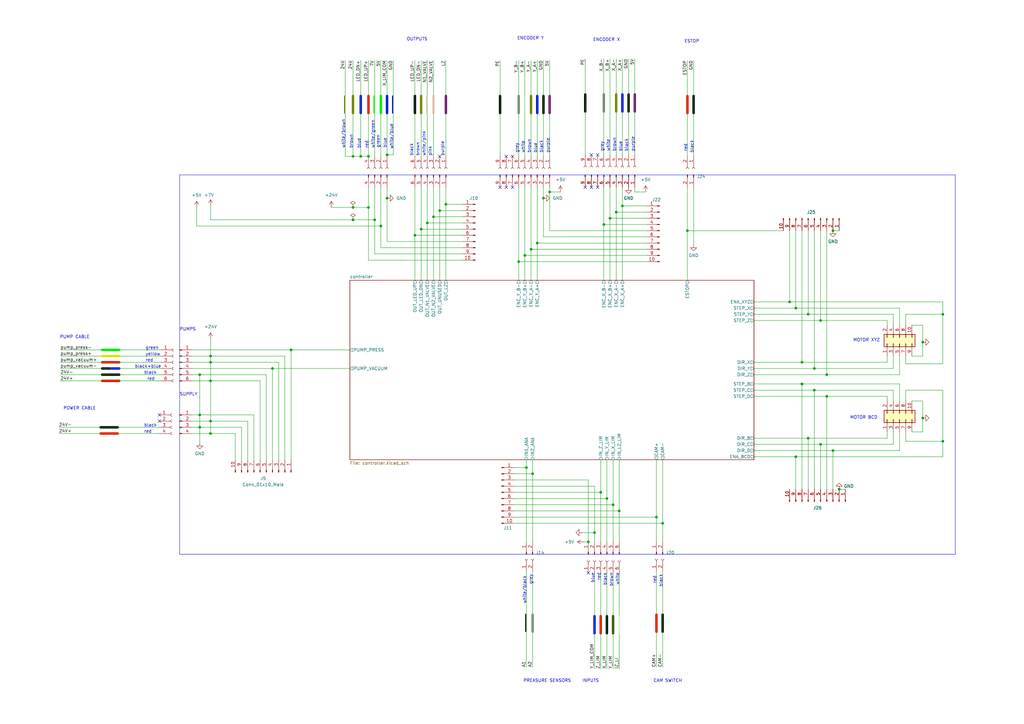
<source format=kicad_sch>
(kicad_sch (version 20211123) (generator eeschema)
  (paper "A3")
  (lib_symbols
    (symbol "+7v:+7V" (power) (pin_names (offset 0))
      (property "Value" "+7.5V" (at -0.635 5.08 0))
      (symbol "+7V_1_1"
        (pin power_in line (at 0 0 90) (length 0) hide (name "+7V") (number "1"))
      )
    )
    (symbol "Connector:Conn_01x02_Female" (pin_names (offset 1.016) hide)
      (property "Reference" "J" (at 0 2.54 0))
      (property "Value" "Conn_01x02_Female" (at 0 -5.08 0))
      (symbol "Conn_01x02_Female_1_1"
        (pin passive line (at -5.08 0 0) (length 3.81) (name "Pin_1") (number "1"))
        (pin passive line (at -5.08 -2.54 0) (length 3.81) (name "Pin_2") (number "2"))
      )
    )
    (symbol "Connector:Conn_01x02_Male" (pin_names (offset 1.016) hide)
      (property "Reference" "J" (at 0 2.54 0))
      (property "Value" "Conn_01x02_Male" (at 0 -5.08 0))
      (symbol "Conn_01x02_Male_1_1"
        (pin passive line (at 5.08 0 180) (length 3.81) (name "Pin_1") (number "1"))
        (pin passive line (at 5.08 -2.54 180) (length 3.81) (name "Pin_2") (number "2"))
      )
    )
    (symbol "Connector:Conn_01x04_Female" (pin_names (offset 1.016) hide)
      (property "Reference" "J" (at 0 5.08 0))
      (property "Value" "Conn_01x04_Female" (at 0 -7.62 0))
      (symbol "Conn_01x04_Female_1_1"
        (pin passive line (at -5.08 2.54 0) (length 3.81) (name "Pin_1") (number "1"))
        (pin passive line (at -5.08 0 0) (length 3.81) (name "Pin_2") (number "2"))
        (pin passive line (at -5.08 -2.54 0) (length 3.81) (name "Pin_3") (number "3"))
        (pin passive line (at -5.08 -5.08 0) (length 3.81) (name "Pin_4") (number "4"))
      )
    )
    (symbol "Connector:Conn_01x04_Male" (pin_names (offset 1.016) hide)
      (property "Reference" "J" (at 0 5.08 0))
      (property "Value" "Conn_01x04_Male" (at 0 -7.62 0))
      (symbol "Conn_01x04_Male_1_1"
        (pin passive line (at 5.08 2.54 180) (length 3.81) (name "Pin_1") (number "1"))
        (pin passive line (at 5.08 0 180) (length 3.81) (name "Pin_2") (number "2"))
        (pin passive line (at 5.08 -2.54 180) (length 3.81) (name "Pin_3") (number "3"))
        (pin passive line (at 5.08 -5.08 180) (length 3.81) (name "Pin_4") (number "4"))
      )
    )
    (symbol "Connector:Conn_01x06_Female" (pin_names (offset 1.016) hide)
      (property "Reference" "J" (at 0 7.62 0))
      (property "Value" "Conn_01x06_Female" (at 0 -10.16 0))
      (symbol "Conn_01x06_Female_1_1"
        (pin passive line (at -5.08 5.08 0) (length 3.81) (name "Pin_1") (number "1"))
        (pin passive line (at -5.08 2.54 0) (length 3.81) (name "Pin_2") (number "2"))
        (pin passive line (at -5.08 0 0) (length 3.81) (name "Pin_3") (number "3"))
        (pin passive line (at -5.08 -2.54 0) (length 3.81) (name "Pin_4") (number "4"))
        (pin passive line (at -5.08 -5.08 0) (length 3.81) (name "Pin_5") (number "5"))
        (pin passive line (at -5.08 -7.62 0) (length 3.81) (name "Pin_6") (number "6"))
      )
    )
    (symbol "Connector:Conn_01x06_Male" (pin_names (offset 1.016) hide)
      (property "Reference" "J" (at 0 7.62 0))
      (property "Value" "Conn_01x06_Male" (at 0 -10.16 0))
      (symbol "Conn_01x06_Male_1_1"
        (pin passive line (at 5.08 5.08 180) (length 3.81) (name "Pin_1") (number "1"))
        (pin passive line (at 5.08 2.54 180) (length 3.81) (name "Pin_2") (number "2"))
        (pin passive line (at 5.08 0 180) (length 3.81) (name "Pin_3") (number "3"))
        (pin passive line (at 5.08 -2.54 180) (length 3.81) (name "Pin_4") (number "4"))
        (pin passive line (at 5.08 -5.08 180) (length 3.81) (name "Pin_5") (number "5"))
        (pin passive line (at 5.08 -7.62 180) (length 3.81) (name "Pin_6") (number "6"))
      )
    )
    (symbol "Connector:Conn_01x09_Female" (pin_names (offset 1.016) hide)
      (property "Reference" "J" (at 0 12.7 0))
      (property "Value" "Conn_01x09_Female" (at 0 -12.7 0))
      (symbol "Conn_01x09_Female_1_1"
        (pin passive line (at -5.08 10.16 0) (length 3.81) (name "Pin_1") (number "1"))
        (pin passive line (at -5.08 7.62 0) (length 3.81) (name "Pin_2") (number "2"))
        (pin passive line (at -5.08 5.08 0) (length 3.81) (name "Pin_3") (number "3"))
        (pin passive line (at -5.08 2.54 0) (length 3.81) (name "Pin_4") (number "4"))
        (pin passive line (at -5.08 0 0) (length 3.81) (name "Pin_5") (number "5"))
        (pin passive line (at -5.08 -2.54 0) (length 3.81) (name "Pin_6") (number "6"))
        (pin passive line (at -5.08 -5.08 0) (length 3.81) (name "Pin_7") (number "7"))
        (pin passive line (at -5.08 -7.62 0) (length 3.81) (name "Pin_8") (number "8"))
        (pin passive line (at -5.08 -10.16 0) (length 3.81) (name "Pin_9") (number "9"))
      )
    )
    (symbol "Connector:Conn_01x09_Male" (pin_names (offset 1.016) hide)
      (property "Reference" "J" (at 0 12.7 0))
      (property "Value" "Conn_01x09_Male" (at 0 -12.7 0))
      (symbol "Conn_01x09_Male_1_1"
        (pin passive line (at 5.08 10.16 180) (length 3.81) (name "Pin_1") (number "1"))
        (pin passive line (at 5.08 7.62 180) (length 3.81) (name "Pin_2") (number "2"))
        (pin passive line (at 5.08 5.08 180) (length 3.81) (name "Pin_3") (number "3"))
        (pin passive line (at 5.08 2.54 180) (length 3.81) (name "Pin_4") (number "4"))
        (pin passive line (at 5.08 0 180) (length 3.81) (name "Pin_5") (number "5"))
        (pin passive line (at 5.08 -2.54 180) (length 3.81) (name "Pin_6") (number "6"))
        (pin passive line (at 5.08 -5.08 180) (length 3.81) (name "Pin_7") (number "7"))
        (pin passive line (at 5.08 -7.62 180) (length 3.81) (name "Pin_8") (number "8"))
        (pin passive line (at 5.08 -10.16 180) (length 3.81) (name "Pin_9") (number "9"))
      )
    )
    (symbol "Connector:Conn_01x10_Male" (pin_names (offset 1.016) hide)
      (property "Reference" "J" (at 0 12.7 0))
      (property "Value" "Conn_01x10_Male" (at 0 -15.24 0))
      (symbol "Conn_01x10_Male_1_1"
        (pin passive line (at 5.08 10.16 180) (length 3.81) (name "Pin_1") (number "1"))
        (pin passive line (at 5.08 -12.7 180) (length 3.81) (name "Pin_10") (number "10"))
        (pin passive line (at 5.08 7.62 180) (length 3.81) (name "Pin_2") (number "2"))
        (pin passive line (at 5.08 5.08 180) (length 3.81) (name "Pin_3") (number "3"))
        (pin passive line (at 5.08 2.54 180) (length 3.81) (name "Pin_4") (number "4"))
        (pin passive line (at 5.08 0 180) (length 3.81) (name "Pin_5") (number "5"))
        (pin passive line (at 5.08 -2.54 180) (length 3.81) (name "Pin_6") (number "6"))
        (pin passive line (at 5.08 -5.08 180) (length 3.81) (name "Pin_7") (number "7"))
        (pin passive line (at 5.08 -7.62 180) (length 3.81) (name "Pin_8") (number "8"))
        (pin passive line (at 5.08 -10.16 180) (length 3.81) (name "Pin_9") (number "9"))
      )
    )
    (symbol "Connector_Generic:Conn_02x05_Odd_Even" (pin_names (offset 1.016) hide)
      (property "Reference" "J" (at 1.27 7.62 0))
      (property "Value" "Conn_02x05_Odd_Even" (at 1.27 -7.62 0))
      (symbol "Conn_02x05_Odd_Even_1_1"
        (pin passive line (at -5.08 5.08 0) (length 3.81) (name "Pin_1") (number "1"))
        (pin passive line (at 7.62 -5.08 180) (length 3.81) (name "Pin_10") (number "10"))
        (pin passive line (at 7.62 5.08 180) (length 3.81) (name "Pin_2") (number "2"))
        (pin passive line (at -5.08 2.54 0) (length 3.81) (name "Pin_3") (number "3"))
        (pin passive line (at 7.62 2.54 180) (length 3.81) (name "Pin_4") (number "4"))
        (pin passive line (at -5.08 0 0) (length 3.81) (name "Pin_5") (number "5"))
        (pin passive line (at 7.62 0 180) (length 3.81) (name "Pin_6") (number "6"))
        (pin passive line (at -5.08 -2.54 0) (length 3.81) (name "Pin_7") (number "7"))
        (pin passive line (at 7.62 -2.54 180) (length 3.81) (name "Pin_8") (number "8"))
        (pin passive line (at -5.08 -5.08 0) (length 3.81) (name "Pin_9") (number "9"))
      )
    )
    (symbol "power:+24V" (power) (pin_names (offset 0))
      (property "Value" "+24V" (at 0 3.556 0))
      (symbol "+24V_1_1"
        (pin power_in line (at 0 0 90) (length 0) hide (name "+24V") (number "1"))
      )
    )
    (symbol "power:+5V" (power) (pin_names (offset 0))
      (property "Value" "+5V" (at 0 3.556 0))
      (symbol "+5V_1_1"
        (pin power_in line (at 0 0 90) (length 0) hide (name "+5V") (number "1"))
      )
    )
    (symbol "power:GND" (power) (pin_names (offset 0))
      (property "Value" "GND" (at 0 -3.81 0))
      (symbol "GND_1_1"
        (pin power_in line (at 0 0 270) (length 0) hide (name "GND") (number "1"))
      )
    )
    (symbol "power:PWR_FLAG" (power) (pin_numbers hide) (pin_names (offset 0) hide)
      (property "Value" "PWR_FLAG" (at 0 3.81 0))
      (symbol "PWR_FLAG_0_0"
        (pin power_out line (at 0 0 90) (length 0) (name "pwr") (number "1"))
      )
    )
  )
  (junction (at 225.425 78.74))
  (junction (at 151.13 64.135))
  (junction (at 86.36 146.05))
  (junction (at 386.715 180.975))
  (junction (at 252.73 86.995))
  (junction (at 175.26 91.44))
  (junction (at 144.78 64.135))
  (junction (at 156.21 92.71))
  (junction (at 331.47 179.705))
  (junction (at 323.85 123.825))
  (junction (at 248.92 204.47))
  (junction (at 215.9 191.77))
  (junction (at 81.915 153.67))
  (junction (at 334.01 160.02))
  (junction (at 328.93 148.59))
  (junction (at 144.78 90.17))
  (junction (at 341.63 184.785))
  (junction (at 151.13 85.09))
  (junction (at 147.955 64.135))
  (junction (at 271.78 214.63))
  (junction (at 153.67 90.17))
  (junction (at 81.915 175.26))
  (junction (at 378.46 171.45))
  (junction (at 326.39 187.325))
  (junction (at 81.915 170.18))
  (junction (at 344.17 200.66))
  (junction (at 328.93 157.48))
  (junction (at 269.24 212.09))
  (junction (at 334.01 151.13))
  (junction (at 336.55 131.445))
  (junction (at 341.63 94.615))
  (junction (at 378.46 140.335))
  (junction (at 331.47 128.905))
  (junction (at 182.88 83.82))
  (junction (at 119.38 143.51))
  (junction (at 177.8 88.9))
  (junction (at 254 209.55))
  (junction (at 86.36 177.8))
  (junction (at 246.38 201.93))
  (junction (at 158.75 81.28))
  (junction (at 86.36 148.59))
  (junction (at 170.18 96.52))
  (junction (at 86.36 172.72))
  (junction (at 241.3 222.25))
  (junction (at 218.44 194.31))
  (junction (at 386.715 128.905))
  (junction (at 247.65 92.075))
  (junction (at 111.76 151.13))
  (junction (at 339.09 162.56))
  (junction (at 158.75 63.5))
  (junction (at 281.94 94.615))
  (junction (at 222.885 81.28))
  (junction (at 144.78 85.09))
  (junction (at 86.36 156.21))
  (junction (at 336.55 182.245))
  (junction (at 172.72 93.98))
  (junction (at 212.725 107.315))
  (junction (at 220.345 99.695))
  (junction (at 180.34 86.36))
  (junction (at 339.09 153.67))
  (junction (at 251.46 207.01))
  (junction (at 250.19 89.535))
  (junction (at 215.265 104.775))
  (junction (at 326.39 126.365))
  (junction (at 243.84 218.44))
  (junction (at 255.27 84.455))
  (junction (at 217.805 102.235))
  (no_connect (at 241.3 234.95))
  (no_connect (at 180.34 64.135))
  (no_connect (at 205.105 76.835))
  (no_connect (at 245.11 76.835))
  (no_connect (at 242.57 76.835))
  (no_connect (at 240.03 76.835))
  (no_connect (at 210.185 76.835))
  (no_connect (at 207.645 76.835))
  (no_connect (at 242.57 63.5))
  (no_connect (at 245.11 63.5))
  (no_connect (at 65.405 172.72))
  (no_connect (at 65.405 170.18))
  (no_connect (at 210.185 64.135))
  (no_connect (at 207.645 64.135))
  (wire (pts (xy 309.245 184.785) (xy 341.63 184.785)))
  (polyline (pts (xy 216.281 251.968) (xy 216.281 258.953)) (stroke (width 0.5) (type solid) (color 255 255 255 1)))
  (wire (pts (xy 252.73 86.995) (xy 265.43 86.995)))
  (wire (pts (xy 339.09 162.56) (xy 339.09 200.66)))
  (wire (pts (xy 269.24 273.685) (xy 269.24 234.315)))
  (polyline (pts (xy 41.91 151.13) (xy 45.085 151.13)) (stroke (width 1) (type solid) (color 0 0 0 1)))
  (polyline (pts (xy 260.35 45.72) (xy 260.35 38.735)) (stroke (width 1) (type solid) (color 128 0 128 1)))
  (wire (pts (xy 220.345 76.835) (xy 220.345 99.695)))
  (wire (pts (xy 215.265 76.835) (xy 215.265 104.775)))
  (wire (pts (xy 271.78 273.685) (xy 271.78 234.315)))
  (wire (pts (xy 281.94 76.835) (xy 281.94 94.615)))
  (wire (pts (xy 386.715 180.975) (xy 371.475 180.975)))
  (wire (pts (xy 334.01 151.13) (xy 366.395 151.13)))
  (wire (pts (xy 222.885 81.28) (xy 222.885 97.155)))
  (wire (pts (xy 172.72 93.98) (xy 172.72 114.935)))
  (wire (pts (xy 210.82 212.09) (xy 269.24 212.09)))
  (wire (pts (xy 222.885 81.28) (xy 222.885 76.835)))
  (wire (pts (xy 371.475 164.465) (xy 371.475 160.02)))
  (wire (pts (xy 341.63 184.785) (xy 341.63 200.66)))
  (wire (pts (xy 243.84 274.32) (xy 243.84 234.95)))
  (wire (pts (xy 248.92 204.47) (xy 248.92 222.25)))
  (wire (pts (xy 251.46 207.01) (xy 251.46 222.25)))
  (wire (pts (xy 309.245 123.825) (xy 323.85 123.825)))
  (wire (pts (xy 225.425 24.765) (xy 225.425 64.135)))
  (polyline (pts (xy 271.78 252.095) (xy 271.78 259.08)) (stroke (width 1) (type solid) (color 0 0 0 1)))
  (wire (pts (xy 326.39 94.615) (xy 326.39 126.365)))
  (polyline (pts (xy 217.805 46.355) (xy 217.805 39.37)) (stroke (width 1) (type solid) (color 132 132 0 1)))
  (wire (pts (xy 78.74 177.8) (xy 86.36 177.8)))
  (wire (pts (xy 254 188.595) (xy 254 209.55)))
  (wire (pts (xy 78.74 172.72) (xy 86.36 172.72)))
  (wire (pts (xy 309.245 128.905) (xy 331.47 128.905)))
  (wire (pts (xy 344.17 200.66) (xy 346.71 200.66)))
  (polyline (pts (xy 141.859 39.37) (xy 141.859 46.355)) (stroke (width 0.5) (type solid) (color 255 255 255 1)))
  (wire (pts (xy 86.36 148.59) (xy 86.36 156.21)))
  (wire (pts (xy 109.22 153.67) (xy 109.22 188.595)))
  (polyline (pts (xy 243.84 252.73) (xy 243.84 259.715)) (stroke (width 1) (type solid) (color 0 0 255 1)))
  (wire (pts (xy 386.715 128.905) (xy 386.715 149.225)))
  (wire (pts (xy 170.18 76.835) (xy 170.18 96.52)))
  (wire (pts (xy 336.55 182.245) (xy 366.395 182.245)))
  (wire (pts (xy 147.955 64.135) (xy 151.13 64.135)))
  (wire (pts (xy 220.345 99.695) (xy 265.43 99.695)))
  (wire (pts (xy 247.65 76.835) (xy 247.65 92.075)))
  (wire (pts (xy 341.63 184.785) (xy 368.935 184.785)))
  (polyline (pts (xy 205.105 46.355) (xy 205.105 39.37)) (stroke (width 1) (type solid) (color 0 0 0 1)))
  (wire (pts (xy 182.88 83.82) (xy 189.865 83.82)))
  (wire (pts (xy 260.35 76.835) (xy 260.35 78.74)))
  (wire (pts (xy 215.265 104.775) (xy 265.43 104.775)))
  (wire (pts (xy 260.35 78.74) (xy 264.795 78.74)))
  (wire (pts (xy 180.34 86.36) (xy 189.865 86.36)))
  (wire (pts (xy 368.935 146.05) (xy 368.935 153.67)))
  (wire (pts (xy 158.75 63.5) (xy 158.75 64.135)))
  (wire (pts (xy 309.245 187.325) (xy 326.39 187.325)))
  (polyline (pts (xy 73.66 71.755) (xy 73.66 227.33)) (stroke (width 0) (type solid)))
  (wire (pts (xy 210.82 214.63) (xy 271.78 214.63)))
  (wire (pts (xy 309.245 182.245) (xy 336.55 182.245)))
  (wire (pts (xy 215.9 191.77) (xy 215.9 222.25)))
  (wire (pts (xy 281.94 24.765) (xy 281.94 64.135)))
  (wire (pts (xy 144.78 24.765) (xy 144.78 64.135)))
  (wire (pts (xy 371.475 149.225) (xy 371.475 146.05)))
  (wire (pts (xy 218.44 188.595) (xy 218.44 194.31)))
  (wire (pts (xy 326.39 187.325) (xy 326.39 200.66)))
  (wire (pts (xy 328.93 157.48) (xy 368.935 157.48)))
  (wire (pts (xy 104.14 170.18) (xy 104.14 188.595)))
  (polyline (pts (xy 284.48 46.355) (xy 284.48 39.37)) (stroke (width 1) (type solid) (color 0 0 0 1)))
  (wire (pts (xy 210.82 207.01) (xy 251.46 207.01)))
  (wire (pts (xy 238.76 218.44) (xy 243.84 218.44)))
  (wire (pts (xy 212.725 76.835) (xy 212.725 107.315)))
  (polyline (pts (xy 144.78 46.355) (xy 144.78 39.37)) (stroke (width 1) (type solid) (color 132 132 0 1)))
  (wire (pts (xy 331.47 179.705) (xy 363.855 179.705)))
  (wire (pts (xy 175.26 24.765) (xy 175.26 64.135)))
  (polyline (pts (xy 269.24 252.095) (xy 269.24 259.08)) (stroke (width 1) (type solid) (color 255 0 0 1)))
  (wire (pts (xy 86.36 177.8) (xy 96.52 177.8)))
  (wire (pts (xy 217.805 24.765) (xy 217.805 64.135)))
  (wire (pts (xy 177.8 76.835) (xy 177.8 88.9)))
  (wire (pts (xy 284.48 24.765) (xy 284.48 64.135)))
  (wire (pts (xy 250.19 76.835) (xy 250.19 89.535)))
  (wire (pts (xy 81.915 153.67) (xy 81.915 170.18)))
  (wire (pts (xy 141.605 64.135) (xy 144.78 64.135)))
  (wire (pts (xy 135.89 85.09) (xy 144.78 85.09)))
  (wire (pts (xy 172.72 76.835) (xy 172.72 93.98)))
  (polyline (pts (xy 250.19 45.72) (xy 250.19 38.735)) (stroke (width 1) (type solid) (color 255 255 255 1)))
  (wire (pts (xy 386.715 149.225) (xy 371.475 149.225)))
  (wire (pts (xy 247.65 92.075) (xy 247.65 114.935)))
  (wire (pts (xy 248.92 188.595) (xy 248.92 204.47)))
  (polyline (pts (xy 215.265 46.355) (xy 215.265 39.37)) (stroke (width 1) (type solid) (color 255 255 255 1)))
  (wire (pts (xy 374.015 133.35) (xy 378.46 133.35)))
  (wire (pts (xy 86.36 84.455) (xy 86.36 90.17)))
  (wire (pts (xy 170.18 96.52) (xy 170.18 114.935)))
  (wire (pts (xy 331.47 94.615) (xy 331.47 128.905)))
  (wire (pts (xy 309.245 126.365) (xy 326.39 126.365)))
  (wire (pts (xy 225.425 76.835) (xy 225.425 78.74)))
  (wire (pts (xy 334.01 200.66) (xy 334.01 160.02)))
  (polyline (pts (xy 41.275 177.8) (xy 48.26 177.8)) (stroke (width 1) (type solid) (color 255 0 0 1)))
  (polyline (pts (xy 156.21 46.355) (xy 156.21 39.37)) (stroke (width 1) (type solid) (color 0 255 0 1)))
  (wire (pts (xy 386.715 128.905) (xy 386.715 123.825)))
  (wire (pts (xy 182.88 76.835) (xy 182.88 83.82)))
  (polyline (pts (xy 251.46 252.73) (xy 251.46 259.715)) (stroke (width 1) (type solid) (color 72 72 0 1)))
  (wire (pts (xy 247.65 24.13) (xy 247.65 63.5)))
  (wire (pts (xy 281.94 94.615) (xy 321.31 94.615)))
  (wire (pts (xy 378.46 177.165) (xy 374.015 177.165)))
  (wire (pts (xy 78.74 156.21) (xy 86.36 156.21)))
  (wire (pts (xy 309.245 153.67) (xy 339.09 153.67)))
  (wire (pts (xy 210.82 201.93) (xy 246.38 201.93)))
  (wire (pts (xy 225.425 78.74) (xy 229.87 78.74)))
  (wire (pts (xy 371.475 128.905) (xy 386.715 128.905)))
  (wire (pts (xy 222.885 24.765) (xy 222.885 64.135)))
  (wire (pts (xy 158.75 63.5) (xy 161.29 63.5)))
  (polyline (pts (xy 281.94 46.355) (xy 281.94 39.37)) (stroke (width 1) (type solid) (color 255 0 0 1)))
  (wire (pts (xy 252.73 86.995) (xy 252.73 114.935)))
  (wire (pts (xy 111.76 151.13) (xy 143.51 151.13)))
  (wire (pts (xy 86.36 146.05) (xy 116.84 146.05)))
  (wire (pts (xy 78.74 153.67) (xy 81.915 153.67)))
  (polyline (pts (xy 41.91 153.67) (xy 48.895 153.67)) (stroke (width 1) (type solid) (color 0 0 0 1)))
  (wire (pts (xy 177.8 88.9) (xy 177.8 114.935)))
  (wire (pts (xy 323.85 94.615) (xy 323.85 123.825)))
  (wire (pts (xy 250.19 24.13) (xy 250.19 63.5)))
  (wire (pts (xy 252.73 24.13) (xy 252.73 63.5)))
  (wire (pts (xy 153.67 90.17) (xy 153.67 104.14)))
  (wire (pts (xy 158.75 81.28) (xy 158.75 99.06)))
  (wire (pts (xy 339.09 162.56) (xy 363.855 162.56)))
  (wire (pts (xy 326.39 187.325) (xy 386.715 187.325)))
  (wire (pts (xy 336.55 94.615) (xy 336.55 131.445)))
  (wire (pts (xy 210.82 209.55) (xy 254 209.55)))
  (polyline (pts (xy 240.03 45.72) (xy 240.03 38.735)) (stroke (width 1) (type solid) (color 0 0 0 1)))
  (wire (pts (xy 153.67 24.765) (xy 153.67 64.135)))
  (wire (pts (xy 153.67 76.835) (xy 153.67 90.17)))
  (wire (pts (xy 363.855 177.165) (xy 363.855 179.705)))
  (polyline (pts (xy 161.671 39.37) (xy 161.671 46.355)) (stroke (width 0.5) (type solid) (color 255 255 255 1)))
  (polyline (pts (xy 212.725 46.355) (xy 212.725 39.37)) (stroke (width 1) (type solid) (color 132 132 132 1)))
  (wire (pts (xy 366.395 177.165) (xy 366.395 182.245)))
  (wire (pts (xy 24.765 146.05) (xy 66.04 146.05)))
  (wire (pts (xy 158.75 24.765) (xy 158.75 63.5)))
  (wire (pts (xy 366.395 146.05) (xy 366.395 151.13)))
  (polyline (pts (xy 220.345 46.355) (xy 220.345 39.37)) (stroke (width 1) (type solid) (color 0 0 255 1)))
  (polyline (pts (xy 391.795 227.33) (xy 73.66 227.33)) (stroke (width 0) (type solid)))
  (wire (pts (xy 225.425 94.615) (xy 265.43 94.615)))
  (wire (pts (xy 386.715 187.325) (xy 386.715 180.975)))
  (wire (pts (xy 180.34 76.835) (xy 180.34 86.36)))
  (wire (pts (xy 250.19 89.535) (xy 250.19 114.935)))
  (wire (pts (xy 215.9 188.595) (xy 215.9 191.77)))
  (wire (pts (xy 368.935 133.35) (xy 368.935 126.365)))
  (wire (pts (xy 378.46 171.45) (xy 378.46 177.165)))
  (wire (pts (xy 158.75 81.28) (xy 158.75 76.835)))
  (polyline (pts (xy 147.955 46.355) (xy 147.955 39.37)) (stroke (width 1) (type solid) (color 0 0 255 1)))
  (wire (pts (xy 210.82 194.31) (xy 218.44 194.31)))
  (polyline (pts (xy 246.38 252.73) (xy 246.38 259.715)) (stroke (width 1) (type solid) (color 255 0 0 1)))
  (wire (pts (xy 81.915 170.18) (xy 104.14 170.18)))
  (wire (pts (xy 284.48 76.835) (xy 284.48 100.33)))
  (wire (pts (xy 96.52 177.8) (xy 96.52 188.595)))
  (wire (pts (xy 336.55 131.445) (xy 363.855 131.445)))
  (wire (pts (xy 81.915 153.67) (xy 109.22 153.67)))
  (wire (pts (xy 217.805 102.235) (xy 217.805 114.935)))
  (wire (pts (xy 328.93 157.48) (xy 328.93 200.66)))
  (wire (pts (xy 366.395 133.35) (xy 366.395 128.905)))
  (wire (pts (xy 119.38 143.51) (xy 119.38 188.595)))
  (wire (pts (xy 378.46 133.35) (xy 378.46 140.335)))
  (wire (pts (xy 363.855 133.35) (xy 363.855 131.445)))
  (wire (pts (xy 363.855 164.465) (xy 363.855 162.56)))
  (wire (pts (xy 24.765 143.51) (xy 66.04 143.51)))
  (wire (pts (xy 368.935 164.465) (xy 368.935 157.48)))
  (wire (pts (xy 248.92 274.32) (xy 248.92 234.95)))
  (wire (pts (xy 114.3 148.59) (xy 114.3 188.595)))
  (wire (pts (xy 328.93 94.615) (xy 328.93 148.59)))
  (wire (pts (xy 106.68 156.21) (xy 106.68 188.595)))
  (wire (pts (xy 260.35 24.13) (xy 260.35 63.5)))
  (wire (pts (xy 212.725 24.765) (xy 212.725 64.135)))
  (wire (pts (xy 374.015 164.465) (xy 378.46 164.465)))
  (polyline (pts (xy 252.73 45.72) (xy 252.73 38.735)) (stroke (width 1) (type solid) (color 132 132 0 1)))
  (wire (pts (xy 144.78 64.135) (xy 147.955 64.135)))
  (wire (pts (xy 86.36 148.59) (xy 114.3 148.59)))
  (polyline (pts (xy 153.416 46.355) (xy 153.416 39.37)) (stroke (width 0.5) (type solid) (color 0 255 0 1)))
  (wire (pts (xy 254 234.95) (xy 254 274.32)))
  (polyline (pts (xy 153.924 39.37) (xy 153.924 46.355)) (stroke (width 0.5) (type solid) (color 255 255 255 1)))
  (wire (pts (xy 215.265 24.765) (xy 215.265 64.135)))
  (wire (pts (xy 250.19 89.535) (xy 265.43 89.535)))
  (polyline (pts (xy 248.92 252.73) (xy 248.92 259.715)) (stroke (width 1) (type solid) (color 0 0 0 1)))
  (wire (pts (xy 170.18 64.135) (xy 170.18 24.765)))
  (wire (pts (xy 156.21 76.835) (xy 156.21 92.71)))
  (wire (pts (xy 175.26 91.44) (xy 175.26 114.935)))
  (wire (pts (xy 309.245 148.59) (xy 328.93 148.59)))
  (wire (pts (xy 182.88 83.82) (xy 182.88 114.935)))
  (polyline (pts (xy 175.006 46.355) (xy 175.006 39.37)) (stroke (width 0.5) (type solid) (color 255 192 203 1)))
  (polyline (pts (xy 222.885 46.355) (xy 222.885 39.37)) (stroke (width 1) (type solid) (color 0 0 0 1)))
  (polyline (pts (xy 170.18 46.355) (xy 170.18 39.37)) (stroke (width 1) (type solid) (color 0 0 0 1)))
  (wire (pts (xy 212.725 107.315) (xy 265.43 107.315)))
  (wire (pts (xy 255.27 84.455) (xy 255.27 114.935)))
  (wire (pts (xy 271.78 214.63) (xy 271.78 222.25)))
  (polyline (pts (xy 177.8 46.355) (xy 177.8 39.37)) (stroke (width 1) (type solid) (color 255 192 203 1)))
  (wire (pts (xy 331.47 200.66) (xy 331.47 179.705)))
  (wire (pts (xy 371.475 133.35) (xy 371.475 128.905)))
  (wire (pts (xy 78.74 151.13) (xy 111.76 151.13)))
  (wire (pts (xy 341.63 94.615) (xy 344.17 94.615)))
  (wire (pts (xy 182.88 24.765) (xy 182.88 64.135)))
  (polyline (pts (xy 141.351 46.355) (xy 141.351 39.37)) (stroke (width 0.5) (type solid) (color 132 132 0 1)))
  (wire (pts (xy 78.74 148.59) (xy 86.36 148.59)))
  (wire (pts (xy 215.9 273.685) (xy 215.9 234.315)))
  (wire (pts (xy 119.38 143.51) (xy 143.51 143.51)))
  (wire (pts (xy 378.46 164.465) (xy 378.46 171.45)))
  (wire (pts (xy 378.46 140.335) (xy 378.46 146.05)))
  (wire (pts (xy 336.55 182.245) (xy 336.55 200.66)))
  (wire (pts (xy 78.74 175.26) (xy 81.915 175.26)))
  (wire (pts (xy 144.78 90.17) (xy 86.36 90.17)))
  (wire (pts (xy 254 209.55) (xy 254 222.25)))
  (wire (pts (xy 153.67 90.17) (xy 144.78 90.17)))
  (wire (pts (xy 144.78 85.09) (xy 151.13 85.09)))
  (polyline (pts (xy 255.27 45.72) (xy 255.27 38.735)) (stroke (width 1) (type solid) (color 0 0 255 1)))
  (wire (pts (xy 257.81 24.13) (xy 257.81 63.5)))
  (wire (pts (xy 218.44 194.31) (xy 218.44 222.25)))
  (wire (pts (xy 255.27 24.13) (xy 255.27 63.5)))
  (polyline (pts (xy 257.81 45.72) (xy 257.81 38.735)) (stroke (width 1) (type solid) (color 0 0 0 1)))
  (wire (pts (xy 339.09 153.67) (xy 368.935 153.67)))
  (wire (pts (xy 86.36 146.05) (xy 86.36 148.59)))
  (wire (pts (xy 156.21 92.71) (xy 156.21 101.6)))
  (polyline (pts (xy 73.66 71.755) (xy 391.795 71.755)) (stroke (width 0) (type solid)))
  (wire (pts (xy 86.36 172.72) (xy 86.36 177.8)))
  (polyline (pts (xy 215.646 258.953) (xy 215.646 251.968)) (stroke (width 0.5) (type solid) (color 0 0 0 1)))
  (wire (pts (xy 81.915 170.18) (xy 81.915 175.26)))
  (wire (pts (xy 243.84 218.44) (xy 243.84 222.25)))
  (wire (pts (xy 177.8 24.765) (xy 177.8 64.135)))
  (polyline (pts (xy 151.13 46.355) (xy 151.13 39.37)) (stroke (width 1) (type solid) (color 255 0 0 1)))
  (wire (pts (xy 217.805 102.235) (xy 265.43 102.235)))
  (wire (pts (xy 172.72 93.98) (xy 189.865 93.98)))
  (wire (pts (xy 334.01 94.615) (xy 334.01 151.13)))
  (wire (pts (xy 246.38 201.93) (xy 246.38 222.25)))
  (wire (pts (xy 251.46 274.32) (xy 251.46 234.95)))
  (wire (pts (xy 218.44 273.685) (xy 218.44 234.315)))
  (wire (pts (xy 246.38 188.595) (xy 246.38 201.93)))
  (wire (pts (xy 255.27 76.835) (xy 255.27 84.455)))
  (wire (pts (xy 78.74 170.18) (xy 81.915 170.18)))
  (wire (pts (xy 328.93 148.59) (xy 363.855 148.59)))
  (wire (pts (xy 210.82 191.77) (xy 215.9 191.77)))
  (wire (pts (xy 170.18 96.52) (xy 189.865 96.52)))
  (wire (pts (xy 156.21 24.765) (xy 156.21 64.135)))
  (wire (pts (xy 386.715 160.02) (xy 386.715 180.975)))
  (polyline (pts (xy 218.44 252.095) (xy 218.44 259.08)) (stroke (width 1) (type solid) (color 132 132 132 1)))
  (wire (pts (xy 334.01 160.02) (xy 366.395 160.02)))
  (wire (pts (xy 309.245 151.13) (xy 334.01 151.13)))
  (wire (pts (xy 81.915 175.26) (xy 81.915 181.61)))
  (wire (pts (xy 215.265 104.775) (xy 215.265 114.935)))
  (wire (pts (xy 339.09 94.615) (xy 339.09 153.67)))
  (wire (pts (xy 86.36 172.72) (xy 101.6 172.72)))
  (wire (pts (xy 101.6 172.72) (xy 101.6 188.595)))
  (wire (pts (xy 24.765 156.21) (xy 66.04 156.21)))
  (polyline (pts (xy 161.036 46.355) (xy 161.036 39.37)) (stroke (width 0.5) (type solid) (color 0 0 255 1)))
  (wire (pts (xy 281.94 94.615) (xy 281.94 114.935)))
  (wire (pts (xy 309.245 160.02) (xy 334.01 160.02)))
  (wire (pts (xy 246.38 274.32) (xy 246.38 234.95)))
  (wire (pts (xy 222.885 97.155) (xy 265.43 97.155)))
  (wire (pts (xy 161.29 24.765) (xy 161.29 63.5)))
  (wire (pts (xy 24.13 175.26) (xy 65.405 175.26)))
  (wire (pts (xy 86.36 156.21) (xy 86.36 172.72)))
  (wire (pts (xy 24.13 177.8) (xy 65.405 177.8)))
  (wire (pts (xy 116.84 188.595) (xy 116.84 146.05)))
  (wire (pts (xy 78.74 146.05) (xy 86.36 146.05)))
  (wire (pts (xy 141.605 24.765) (xy 141.605 64.135)))
  (wire (pts (xy 309.245 157.48) (xy 328.93 157.48)))
  (polyline (pts (xy 45.72 151.13) (xy 48.895 151.13)) (stroke (width 1) (type solid) (color 0 0 255 1)))
  (wire (pts (xy 210.82 204.47) (xy 248.92 204.47)))
  (wire (pts (xy 147.955 24.765) (xy 147.955 64.135)))
  (wire (pts (xy 240.03 24.13) (xy 240.03 63.5)))
  (polyline (pts (xy 182.88 46.355) (xy 182.88 39.37)) (stroke (width 1) (type solid) (color 128 0 128 1)))
  (polyline (pts (xy 391.795 71.755) (xy 391.795 227.33)) (stroke (width 0) (type solid)))
  (wire (pts (xy 371.475 160.02) (xy 386.715 160.02)))
  (wire (pts (xy 80.645 85.09) (xy 80.645 92.71)))
  (wire (pts (xy 269.24 188.595) (xy 269.24 212.09)))
  (wire (pts (xy 172.72 24.765) (xy 172.72 64.135)))
  (wire (pts (xy 156.21 101.6) (xy 189.865 101.6)))
  (wire (pts (xy 175.26 91.44) (xy 189.865 91.44)))
  (polyline (pts (xy 41.275 175.26) (xy 48.26 175.26)) (stroke (width 1) (type solid) (color 0 0 0 1)))
  (wire (pts (xy 24.765 148.59) (xy 66.04 148.59)))
  (wire (pts (xy 243.84 199.39) (xy 243.84 218.44)))
  (wire (pts (xy 210.82 199.39) (xy 243.84 199.39)))
  (polyline (pts (xy 172.72 46.355) (xy 172.72 39.37)) (stroke (width 1) (type solid) (color 132 132 0 1)))
  (wire (pts (xy 24.765 151.13) (xy 66.04 151.13)))
  (wire (pts (xy 366.395 164.465) (xy 366.395 160.02)))
  (wire (pts (xy 323.85 123.825) (xy 386.715 123.825)))
  (wire (pts (xy 212.725 107.315) (xy 212.725 114.935)))
  (wire (pts (xy 151.13 24.765) (xy 151.13 64.135)))
  (polyline (pts (xy 175.514 39.37) (xy 175.514 46.355)) (stroke (width 0.5) (type solid) (color 255 255 255 1)))
  (wire (pts (xy 78.74 143.51) (xy 119.38 143.51)))
  (polyline (pts (xy 225.425 46.355) (xy 225.425 39.37)) (stroke (width 1) (type solid) (color 128 0 128 1)))
  (wire (pts (xy 368.935 177.165) (xy 368.935 184.785)))
  (wire (pts (xy 271.78 188.595) (xy 271.78 214.63)))
  (wire (pts (xy 177.8 88.9) (xy 189.865 88.9)))
  (wire (pts (xy 225.425 78.74) (xy 225.425 94.615)))
  (polyline (pts (xy 41.91 148.59) (xy 48.895 148.59)) (stroke (width 1) (type solid) (color 255 0 0 1)))
  (polyline (pts (xy 41.91 156.21) (xy 48.895 156.21)) (stroke (width 1) (type solid) (color 255 0 0 1)))
  (wire (pts (xy 326.39 126.365) (xy 368.935 126.365)))
  (wire (pts (xy 363.855 146.05) (xy 363.855 148.59)))
  (wire (pts (xy 269.24 212.09) (xy 269.24 222.25)))
  (wire (pts (xy 241.3 196.85) (xy 241.3 222.25)))
  (wire (pts (xy 80.645 92.71) (xy 156.21 92.71)))
  (wire (pts (xy 247.65 92.075) (xy 265.43 92.075)))
  (polyline (pts (xy 41.91 146.05) (xy 48.895 146.05)) (stroke (width 1) (type solid) (color 255 255 0 1)))
  (wire (pts (xy 210.82 196.85) (xy 241.3 196.85)))
  (wire (pts (xy 86.36 139.065) (xy 86.36 146.05)))
  (polyline (pts (xy 41.91 143.51) (xy 48.895 143.51)) (stroke (width 1) (type solid) (color 0 255 0 1)))
  (wire (pts (xy 331.47 128.905) (xy 366.395 128.905)))
  (wire (pts (xy 151.13 106.68) (xy 189.865 106.68)))
  (wire (pts (xy 158.75 99.06) (xy 189.865 99.06)))
  (wire (pts (xy 151.13 85.09) (xy 151.13 106.68)))
  (wire (pts (xy 309.245 131.445) (xy 336.55 131.445)))
  (wire (pts (xy 309.245 179.705) (xy 331.47 179.705)))
  (wire (pts (xy 111.76 188.595) (xy 111.76 151.13)))
  (wire (pts (xy 252.73 76.835) (xy 252.73 86.995)))
  (wire (pts (xy 205.105 24.765) (xy 205.105 64.135)))
  (polyline (pts (xy 247.65 45.72) (xy 247.65 38.735)) (stroke (width 1) (type solid) (color 132 132 132 1)))
  (wire (pts (xy 309.245 162.56) (xy 339.09 162.56)))
  (wire (pts (xy 255.27 84.455) (xy 265.43 84.455)))
  (polyline (pts (xy 254 252.73) (xy 254 259.715)) (stroke (width 1) (type solid) (color 255 255 255 1)))
  (wire (pts (xy 371.475 180.975) (xy 371.475 177.165)))
  (wire (pts (xy 151.13 76.835) (xy 151.13 85.09)))
  (wire (pts (xy 239.395 222.25) (xy 241.3 222.25)))
  (wire (pts (xy 86.995 156.21) (xy 106.68 156.21)))
  (wire (pts (xy 220.345 99.695) (xy 220.345 114.935)))
  (wire (pts (xy 180.34 86.36) (xy 180.34 114.935)))
  (wire (pts (xy 153.67 104.14) (xy 189.865 104.14)))
  (polyline (pts (xy 158.75 46.355) (xy 158.75 39.37)) (stroke (width 1) (type solid) (color 0 0 255 1)))
  (wire (pts (xy 99.06 175.26) (xy 99.06 188.595)))
  (wire (pts (xy 378.46 146.05) (xy 374.015 146.05)))
  (wire (pts (xy 24.765 153.67) (xy 66.04 153.67)))
  (wire (pts (xy 251.46 188.595) (xy 251.46 207.01)))
  (wire (pts (xy 217.805 76.835) (xy 217.805 102.235)))
  (wire (pts (xy 175.26 76.835) (xy 175.26 91.44)))
  (wire (pts (xy 220.345 24.765) (xy 220.345 64.135)))
  (wire (pts (xy 81.915 175.26) (xy 99.06 175.26)))
  (text "brown" (at 252.73 62.23 90) (effects (font (size 1.27 1.27)) (justify left bottom)))
  (text "MOTOR XYZ" (at 349.885 140.335 0) (effects (font (size 1.27 1.27)) (justify left bottom)))
  (text "brown" (at 217.805 62.865 90) (effects (font (size 1.27 1.27)) (justify left bottom)))
  (text "white/pink" (at 174.625 64.135 90) (effects (font (size 1.27 1.27)) (justify left bottom)))
  (text "green" (at 155.829 60.833 90) (effects (font (size 1.27 1.27)) (justify left bottom)))
  (text "purple" (at 225.425 62.865 90) (effects (font (size 1.27 1.27)) (justify left bottom)))
  (text "white/black" (at 215.9 236.22 270) (effects (font (size 1.27 1.27)) (justify right bottom)))
  (text "purple" (at 260.35 62.23 90) (effects (font (size 1.27 1.27)) (justify left bottom)))
  (text "black" (at 59.055 175.26 0) (effects (font (size 1.27 1.27)) (justify left bottom)))
  (text "white" (at 254 234.95 270) (effects (font (size 1.27 1.27)) (justify right bottom)))
  (text "red" (at 151.13 60.96 90) (effects (font (size 1.27 1.27)) (justify left bottom)))
  (text "black" (at 257.683 62.23 90) (effects (font (size 1.27 1.27)) (justify left bottom)))
  (text "INPUTS" (at 238.76 280.035 0) (effects (font (size 1.27 1.27)) (justify left bottom)))
  (text "ENCODER Y" (at 212.09 16.51 0) (effects (font (size 1.27 1.27)) (justify left bottom)))
  (text "PREASURE SENSORS" (at 214.63 280.035 0) (effects (font (size 1.27 1.27)) (justify left bottom)))
  (text "blue" (at 158.623 60.833 90) (effects (font (size 1.27 1.27)) (justify left bottom)))
  (text "grey" (at 212.725 62.865 90) (effects (font (size 1.27 1.27)) (justify left bottom)))
  (text "red" (at 60.325 156.21 0) (effects (font (size 1.27 1.27)) (justify left bottom)))
  (text "purple" (at 182.245 64.135 90) (effects (font (size 1.27 1.27)) (justify left bottom)))
  (text "blue" (at 220.345 62.865 90) (effects (font (size 1.27 1.27)) (justify left bottom)))
  (text "grey" (at 247.65 62.23 90) (effects (font (size 1.27 1.27)) (justify left bottom)))
  (text "white/brown" (at 141.605 60.96 90) (effects (font (size 1.27 1.27)) (justify left bottom)))
  (text "ESTOP" (at 280.67 17.78 0) (effects (font (size 1.27 1.27)) (justify left bottom)))
  (text "pink" (at 177.165 64.135 90) (effects (font (size 1.27 1.27)) (justify left bottom)))
  (text "POWER CABLE" (at 39.37 168.275 180) (effects (font (size 1.27 1.27)) (justify right bottom)))
  (text "black" (at 284.48 62.865 90) (effects (font (size 1.27 1.27)) (justify left bottom)))
  (text "black+blue" (at 55.245 151.13 0) (effects (font (size 1.27 1.27)) (justify left bottom)))
  (text "black" (at 169.545 64.135 90) (effects (font (size 1.27 1.27)) (justify left bottom)))
  (text "green" (at 59.69 143.51 0) (effects (font (size 1.27 1.27)) (justify left bottom)))
  (text "CAM SWITCH" (at 267.97 280.035 0) (effects (font (size 1.27 1.27)) (justify left bottom)))
  (text "white/blue" (at 161.29 50.8 270) (effects (font (size 1.27 1.27)) (justify right bottom)))
  (text "MOTOR BCD" (at 348.615 172.085 0) (effects (font (size 1.27 1.27)) (justify left bottom)))
  (text "brown" (at 172.085 64.135 90) (effects (font (size 1.27 1.27)) (justify left bottom)))
  (text "red" (at 281.94 62.23 90) (effects (font (size 1.27 1.27)) (justify left bottom)))
  (text "OUTPUTS" (at 166.751 16.891 0) (effects (font (size 1.27 1.27)) (justify left bottom)))
  (text "ENCODER X" (at 243.205 17.145 0) (effects (font (size 1.27 1.27)) (justify left bottom)))
  (text "yellow" (at 59.69 146.05 0) (effects (font (size 1.27 1.27)) (justify left bottom)))
  (text "white" (at 215.265 62.865 90) (effects (font (size 1.27 1.27)) (justify left bottom)))
  (text "brown" (at 251.46 234.95 270) (effects (font (size 1.27 1.27)) (justify right bottom)))
  (text "red" (at 246.38 234.95 270) (effects (font (size 1.27 1.27)) (justify right bottom)))
  (text "blue" (at 243.84 234.95 270) (effects (font (size 1.27 1.27)) (justify right bottom)))
  (text "white/green" (at 153.67 60.96 90) (effects (font (size 1.27 1.27)) (justify left bottom)))
  (text "brown" (at 144.78 60.96 90) (effects (font (size 1.27 1.27)) (justify left bottom)))
  (text "black" (at 248.92 234.95 270) (effects (font (size 1.27 1.27)) (justify right bottom)))
  (text "blue" (at 255.27 62.23 90) (effects (font (size 1.27 1.27)) (justify left bottom)))
  (text "blue" (at 147.955 60.96 90) (effects (font (size 1.27 1.27)) (justify left bottom)))
  (text "black" (at 271.78 235.585 270) (effects (font (size 1.27 1.27)) (justify right bottom)))
  (text "red" (at 59.055 177.8 0) (effects (font (size 1.27 1.27)) (justify left bottom)))
  (text "red" (at 59.69 148.59 0) (effects (font (size 1.27 1.27)) (justify left bottom)))
  (text "white" (at 250.19 62.23 90) (effects (font (size 1.27 1.27)) (justify left bottom)))
  (text "black" (at 222.758 62.865 90) (effects (font (size 1.27 1.27)) (justify left bottom)))
  (text "grey" (at 218.44 235.585 270) (effects (font (size 1.27 1.27)) (justify right bottom)))
  (text "PUMP CABLE" (at 36.83 139.065 180) (effects (font (size 1.27 1.27)) (justify right bottom)))
  (text "SUPPLY" (at 73.66 162.56 0) (effects (font (size 1.27 1.27)) (justify left bottom)))
  (text "black" (at 59.055 153.67 0) (effects (font (size 1.27 1.27)) (justify left bottom)))
  (text "PUMPS" (at 73.66 135.89 0) (effects (font (size 1.27 1.27)) (justify left bottom)))
  (text "red" (at 269.24 236.22 270) (effects (font (size 1.27 1.27)) (justify right bottom)))
  (label "Y_LIM_COM" (at 243.84 274.32 90))
  (label "IZ_LI" (at 254 274.32 90))
  (label "pump_press+" (at 24.765 146.05 0))
  (label "7V" (at 153.67 24.765 270))
  (label "ESTOP" (at 281.94 24.765 270))
  (label "LED_DN+" (at 147.955 24.765 270))
  (label "Y_A-" (at 217.805 24.765 270))
  (label "Y_A+" (at 220.345 24.765 270))
  (label "LED_DN-" (at 172.72 24.765 270))
  (label "X_B-" (at 247.65 24.13 270))
  (label "GND" (at 222.885 24.765 270))
  (label "X_A+" (at 255.27 24.13 270))
  (label "Y_B+" (at 215.265 24.765 270))
  (label "CAM+" (at 269.24 273.685 90))
  (label "pump_vacuum+" (at 24.765 148.59 0))
  (label "GND" (at 257.81 24.13 270))
  (label "LED_UP+" (at 151.13 24.765 270))
  (label "pump_press-" (at 24.765 143.51 0))
  (label "N1_VALVE" (at 175.26 24.765 270))
  (label "24V-" (at 24.765 153.67 0))
  (label "24V+" (at 24.765 156.21 0))
  (label "CAM-" (at 271.78 273.685 90))
  (label "X_LIM_COM" (at 158.75 24.765 270))
  (label "X_A-" (at 252.73 24.13 270))
  (label "LZ" (at 182.88 24.765 270))
  (label "5V" (at 156.21 24.765 270))
  (label "A2" (at 218.44 273.685 90))
  (label "24V" (at 141.605 24.765 270))
  (label "5V" (at 225.425 24.765 270))
  (label "A1" (at 215.9 273.685 90))
  (label "24V-" (at 24.13 175.26 0))
  (label "GND" (at 284.48 24.765 270))
  (label "PE" (at 205.105 24.765 270))
  (label "Z_LIM" (at 246.38 274.32 90))
  (label "LED_UP-" (at 170.18 24.765 270))
  (label "X_B+" (at 250.19 24.13 270))
  (label "N2_VALVE" (at 177.8 24.765 270))
  (label "Y_B-" (at 212.725 24.765 270))
  (label "pump_vacuum-" (at 24.765 151.13 0))
  (label "24V+" (at 24.13 177.8 0))
  (label "Y_LIM" (at 251.46 274.32 90))
  (label "24V" (at 144.78 24.765 270))
  (label "GND" (at 161.29 24.765 270))
  (label "5V" (at 260.35 24.13 270))
  (label "X_LIM" (at 248.92 274.32 90))
  (label "PE" (at 240.03 24.13 270))
  (symbol (lib_id "Connector:Conn_01x04_Female") (at 156.21 69.215 270) (unit 1) (in_bom no) (on_board no)
    (property "Reference" "J6" (effects hide))
    (property "Value" "Conn_01x04_Female" (effects hide))
    (property "Footprint" "Connector_JST:JST_VH_B4P-VH-B_1x04_P3.96mm_Vertical" (effects hide))
  )
  (symbol (lib_id "power:GND") (at 257.81 76.835 0) (unit 1)
    (property "Reference" "#PWR011" (effects hide))
    (property "Value" "GND" (at 257.81 81.28 0))
  )
  (symbol (lib_id "power:GND") (at 158.75 81.28 90) (unit 1)
    (property "Reference" "#PWR06" (effects hide))
    (property "Value" "GND" (at 162.56 81.2799 90) (effects (justify right)))
  )
  (symbol (lib_id "power:PWR_FLAG") (at 144.78 90.17 0) (unit 1)
    (property "Reference" "#FLG02" (effects hide))
    (property "Value" "PWR_FLAG" (effects hide))
  )
  (symbol (lib_id "power:GND") (at 341.63 94.615 0) (unit 1)
    (property "Reference" "#PWR014" (effects hide))
    (property "Value" "GND" (at 341.63 99.06 0))
  )
  (symbol (lib_id "Connector:Conn_01x04_Female") (at 70.485 172.72 0) (unit 1) (in_bom no) (on_board no)
    (property "Reference" "J1" (effects hide))
    (property "Value" "Conn_01x04_Female" (effects hide))
  )
  (symbol (lib_id "power:GND") (at 284.48 100.33 0) (unit 1)
    (property "Reference" "#PWR013" (effects hide))
    (property "Value" "GND" (at 284.48 104.775 0))
  )
  (symbol (lib_id "power:+5V") (at 229.87 78.74 0) (unit 1)
    (property "Reference" "#PWR08" (effects hide))
    (property "Value" "+5V" (at 229.87 73.66 0))
  )
  (symbol (lib_id "power:+24V") (at 86.36 139.065 0) (unit 1)
    (property "Reference" "#PWR04" (effects hide))
    (property "Value" "+24V" (at 86.36 133.985 0))
  )
  (symbol (lib_id "Connector:Conn_01x02_Female") (at 284.48 69.215 270) (unit 1) (in_bom no) (on_board no)
    (property "Reference" "J23" (effects hide))
    (property "Value" "Conn_01x06_Female" (effects hide))
  )
  (symbol (lib_id "power:GND") (at 238.76 218.44 270) (unit 1)
    (property "Reference" "#PWR09" (effects hide))
    (property "Value" "GND" (effects hide))
  )
  (symbol (lib_id "power:GND") (at 81.915 181.61 0) (unit 1)
    (property "Reference" "#PWR02" (effects hide))
    (property "Value" "GND" (at 81.915 186.055 0))
  )
  (symbol (lib_id "Connector:Conn_01x10_Male") (at 336.55 205.74 270) (mirror x) (unit 1)
    (property "Reference" "J26" (at 335.28 208.28 90))
    (property "Value" "Conn_01x10_Male" (effects hide))
    (property "Footprint" "moje:PhoenixContact_MC-G_10x3.50mm_Angled" (effects hide))
  )
  (symbol (lib_id "power:+24V") (at 135.89 85.09 0) (unit 1)
    (property "Reference" "#PWR05" (effects hide))
    (property "Value" "+24V" (at 135.89 80.01 0))
  )
  (symbol (lib_id "Connector:Conn_01x10_Male") (at 194.945 93.98 0) (mirror y) (unit 1)
    (property "Reference" "J10" (at 194.31 81.28 0))
    (property "Value" "Conn_01x10_Male" (effects hide))
    (property "Footprint" "moje:PhoenixContact_MC-G_10x3.50mm_Angled" (effects hide))
  )
  (symbol (lib_id "Connector:Conn_01x10_Male") (at 334.01 89.535 270) (unit 1)
    (property "Reference" "J25" (at 332.74 86.995 90))
    (property "Value" "Conn_01x10_Male" (effects hide))
    (property "Footprint" "moje:PhoenixContact_MC-G_10x3.50mm_Angled" (effects hide))
  )
  (symbol (lib_id "Connector:Conn_01x06_Female") (at 246.38 229.87 90) (unit 1) (in_bom no) (on_board no)
    (property "Reference" "J17" (effects hide))
    (property "Value" "Conn_01x06_Female" (effects hide))
  )
  (symbol (lib_id "Connector:Conn_01x09_Male") (at 215.265 71.755 270) (unit 1)
    (property "Reference" "J13" (effects hide))
    (property "Value" "Conn_01x09_Male" (effects hide))
    (property "Footprint" "Connector_JST:JST_XH_B9B-XH-A_1x09_P2.50mm_Vertical" (effects hide))
  )
  (symbol (lib_id "power:+5V") (at 239.395 222.25 90) (unit 1)
    (property "Reference" "#PWR010" (effects hide))
    (property "Value" "+5V" (at 235.585 222.2499 90) (effects (justify left)))
  )
  (symbol (lib_id "Connector:Conn_01x09_Male") (at 250.19 71.755 270) (unit 1)
    (property "Reference" "J19" (effects hide))
    (property "Value" "Conn_01x09_Male" (effects hide))
    (property "Footprint" "Connector_JST:JST_XH_B9B-XH-A_1x09_P2.50mm_Vertical" (effects hide))
  )
  (symbol (lib_id "power:+5V") (at 264.795 78.74 0) (unit 1)
    (property "Reference" "#PWR012" (effects hide))
    (property "Value" "+5V" (at 264.795 73.66 0))
  )
  (symbol (lib_id "Connector:Conn_01x09_Female") (at 250.19 68.58 270) (unit 1) (in_bom no) (on_board no)
    (property "Reference" "J18" (effects hide))
    (property "Value" "Conn_01x06_Female" (effects hide))
  )
  (symbol (lib_id "Connector:Conn_01x09_Female") (at 215.265 69.215 270) (unit 1) (in_bom no) (on_board no)
    (property "Reference" "J12" (effects hide))
    (property "Value" "Conn_01x06_Female" (effects hide))
  )
  (symbol (lib_id "Connector:Conn_01x04_Male") (at 156.21 71.755 270) (unit 1)
    (property "Reference" "J7" (effects hide))
    (property "Value" "Conn_01x04_Male" (effects hide))
    (property "Footprint" "Connector_JST:JST_VH_B4P-VH_1x04_P3.96mm_Vertical" (effects hide))
  )
  (symbol (lib_id "power:GND") (at 378.46 171.45 90) (mirror x) (unit 1)
    (property "Reference" "#PWR017" (effects hide))
    (property "Value" "GND" (effects hide))
  )
  (symbol (lib_id "Connector:Conn_01x10_Male") (at 205.74 201.93 0) (unit 1)
    (property "Reference" "J11" (at 208.28 216.535 0))
    (property "Value" "Conn_01x10_Male" (effects hide))
    (property "Footprint" "moje:PhoenixContact_MC-G_10x3.50mm_Angled" (effects hide))
  )
  (symbol (lib_id "Connector:Conn_01x06_Female") (at 177.8 69.215 270) (unit 1) (in_bom no) (on_board no)
    (property "Reference" "J8" (effects hide))
    (property "Value" "Conn_01x06_Female" (effects hide))
  )
  (symbol (lib_id "power:+5V") (at 80.645 85.09 0) (unit 1)
    (property "Reference" "#PWR01" (effects hide))
    (property "Value" "+5V" (at 80.645 80.01 0))
  )
  (symbol (lib_id "power:GND") (at 378.46 140.335 90) (mirror x) (unit 1)
    (property "Reference" "#PWR016" (effects hide))
    (property "Value" "GND" (effects hide))
  )
  (symbol (lib_id "Connector:Conn_01x04_Male") (at 73.66 172.72 0) (unit 1)
    (property "Reference" "J4" (effects hide))
    (property "Value" "Conn_01x04_Male" (effects hide))
    (property "Footprint" "Connector_JST:JST_VH_B4P-VH_1x04_P3.96mm_Vertical" (effects hide))
  )
  (symbol (lib_id "Connector:Conn_01x02_Male") (at 269.24 227.33 90) (unit 1)
    (property "Reference" "J20" (at 273.05 226.6949 90) (effects (justify right)))
    (property "Value" "Conn_01x02_Male" (effects hide))
    (property "Footprint" "TerminalBlock_Phoenix:TerminalBlock_Phoenix_MKDS-1,5-2-5.08_1x02_P5.08mm_Horizontal" (effects hide))
  )
  (symbol (lib_id "Connector:Conn_01x06_Male") (at 73.66 148.59 0) (unit 1)
    (property "Reference" "J3" (effects hide))
    (property "Value" "Conn_01x06_Male" (effects hide))
    (property "Footprint" "Connector_JST:JST_VH_B6P-VH-B_1x06_P3.96mm_Vertical" (effects hide))
  )
  (symbol (lib_id "Connector_Generic:Conn_02x05_Odd_Even") (at 368.935 172.085 90) (unit 1)
    (property "Reference" "J28" (effects hide))
    (property "Value" "Conn_02x05_Odd_Even" (effects hide))
    (property "Footprint" "Connector_PinHeader_2.54mm:PinHeader_2x05_P2.54mm_Vertical" (effects hide))
  )
  (symbol (lib_id "Connector:Conn_01x06_Male") (at 246.38 227.33 90) (unit 1)
    (property "Reference" "J16" (effects hide))
    (property "Value" "Conn_01x06_Male" (effects hide))
    (property "Footprint" "Connector_JST:JST_XH_B6B-XH-A_1x06_P2.50mm_Vertical" (effects hide))
  )
  (symbol (lib_id "Connector:Conn_01x10_Male") (at 109.22 193.675 270) (mirror x) (unit 1)
    (property "Reference" "J5" (at 107.95 196.215 90))
    (property "Value" "Conn_01x10_Male" (at 107.95 198.755 90))
    (property "Footprint" "moje:PhoenixContact_MC-G_10x3.50mm_Angled" (effects hide))
  )
  (symbol (lib_id "Connector:Conn_01x02_Female") (at 269.24 229.235 90) (unit 1) (in_bom no) (on_board no)
    (property "Reference" "J21" (effects hide))
    (property "Value" "Conn_01x06_Female" (effects hide))
  )
  (symbol (lib_id "Connector:Conn_01x02_Male") (at 284.48 71.755 270) (unit 1)
    (property "Reference" "J24" (at 285.75 72.3899 90) (effects (justify left)))
    (property "Value" "Conn_01x02_Male" (effects hide))
    (property "Footprint" "Connector_JST:JST_XH_B2B-XH-A_1x02_P2.50mm_Vertical" (effects hide))
  )
  (symbol (lib_id "Connector:Conn_01x02_Male") (at 215.9 227.33 90) (unit 1)
    (property "Reference" "J14" (at 219.71 226.6949 90) (effects (justify right)))
    (property "Value" "Conn_01x02_Male" (effects hide))
    (property "Footprint" "Connector_JST:JST_XH_B2B-XH-A_1x02_P2.50mm_Vertical" (effects hide))
  )
  (symbol (lib_id "Connector:Conn_01x02_Female") (at 215.9 229.235 90) (unit 1) (in_bom no) (on_board no)
    (property "Reference" "J15" (effects hide))
    (property "Value" "Conn_01x06_Female" (effects hide))
  )
  (symbol (lib_id "Connector_Generic:Conn_02x05_Odd_Even") (at 368.935 140.97 90) (unit 1)
    (property "Reference" "J27" (effects hide))
    (property "Value" "Conn_02x05_Odd_Even" (effects hide))
    (property "Footprint" "Connector_PinHeader_2.54mm:PinHeader_2x05_P2.54mm_Vertical" (effects hide))
  )
  (symbol (lib_id "Connector:Conn_01x10_Male") (at 270.51 94.615 0) (mirror y) (unit 1)
    (property "Reference" "J22" (at 269.24 81.915 0))
    (property "Value" "Conn_01x10_Male" (effects hide))
    (property "Footprint" "moje:PhoenixContact_MC-G_10x3.50mm_Angled" (effects hide))
  )
  (symbol (lib_id "+7v:+7V") (at 86.36 84.455 0) (unit 1)
    (property "Reference" "#PWR03" (effects hide))
    (property "Value" "+7V" (at 85.725 80.01 0))
  )
  (symbol (lib_id "power:GND") (at 222.885 81.28 90) (unit 1)
    (property "Reference" "#PWR07" (effects hide))
    (property "Value" "GND" (at 226.695 81.2799 90) (effects (justify right)))
  )
  (symbol (lib_id "power:PWR_FLAG") (at 144.78 85.09 0) (unit 1)
    (property "Reference" "#FLG01" (effects hide))
    (property "Value" "PWR_FLAG" (effects hide))
  )
  (symbol (lib_id "Connector:Conn_01x06_Male") (at 177.8 71.755 270) (unit 1)
    (property "Reference" "J9" (effects hide))
    (property "Value" "Conn_01x06_Male" (effects hide))
    (property "Footprint" "Connector_JST:JST_VH_B6P-VH-B_1x06_P3.96mm_Vertical" (effects hide))
  )
  (symbol (lib_id "Connector:Conn_01x06_Female") (at 71.12 148.59 0) (unit 1) (in_bom no) (on_board no)
    (property "Reference" "J2" (effects hide))
    (property "Value" "Conn_01x06_Female" (effects hide))
  )
  (symbol (lib_id "power:GND") (at 344.17 200.66 180) (unit 1)
    (property "Reference" "#PWR015" (effects hide))
    (property "Value" "GND" (at 346.075 199.3899 0) (effects (justify right)))
  )
  (sheet (at 143.51 114.935) (size 165.735 73.66) (stroke (width 0.1524))
    (property "Sheet name" "controller" (at 143.51 114.2234 0) (effects (justify left bottom)))
    (property "Sheet file" "controller.kicad_sch" (at 143.51 189.1796 0) (effects (justify left top)))
    (pin "PUMP_PRESS" output (at 143.51 143.51 180))
    (pin "PUMP_VACUUM" output (at 143.51 151.13 180))
    (pin "OUT_LZ" output (at 182.88 114.935 90))
    (pin "OUT_UNUSED" output (at 180.34 114.935 90))
    (pin "OUT_N2_VALVE" output (at 177.8 114.935 90))
    (pin "OUT_N1_VALVE" output (at 175.26 114.935 90))
    (pin "OUT_LED_DN" output (at 172.72 114.935 90))
    (pin "OUT_LED_UP" output (at 170.18 114.935 90))
    (pin "ENC_Y_A+" output (at 220.345 114.935 90))
    (pin "ENC_Y_B+" output (at 215.265 114.935 90))
    (pin "ENC_Y_A-" output (at 217.805 114.935 90))
    (pin "ENC_Y_B-" output (at 212.725 114.935 90))
    (pin "ENC_X_B+" output (at 250.19 114.935 90))
    (pin "ENC_X_A-" output (at 252.73 114.935 90))
    (pin "ENC_X_A+" output (at 255.27 114.935 90))
    (pin "ENC_X_B-" output (at 247.65 114.935 90))
    (pin "ESTOP" output (at 281.94 114.935 90))
    (pin "IN_Z_LIM" input (at 246.38 188.595 270))
    (pin "IN1_ANA" input (at 215.9 188.595 270))
    (pin "IN2_ANA" input (at 218.44 188.595 270))
    (pin "IN_X_LIM" input (at 251.46 188.595 270))
    (pin "IN_Y_LIM" input (at 248.92 188.595 270))
    (pin "IN_LZ_LIM" input (at 254 188.595 270))
    (pin "STEP_C" output (at 309.245 160.02 0))
    (pin "STEP_B" output (at 309.245 157.48 0))
    (pin "STEP_D" output (at 309.245 162.56 0))
    (pin "STEP_Z" output (at 309.245 131.445 0))
    (pin "STEP_X" output (at 309.245 126.365 0))
    (pin "STEP_Y" output (at 309.245 128.905 0))
    (pin "DIR_Y" output (at 309.245 151.13 0))
    (pin "DIR_B" output (at 309.245 179.705 0))
    (pin "DIR_Z" output (at 309.245 153.67 0))
    (pin "DIR_C" output (at 309.245 182.245 0))
    (pin "DIR_X" output (at 309.245 148.59 0))
    (pin "DIR_D" output (at 309.245 184.785 0))
    (pin "CAM+" output (at 269.24 188.595 270))
    (pin "CAM-" output (at 271.78 188.595 270))
    (pin "ENA_BCD" output (at 309.245 187.325 0))
    (pin "ENA_XYZ" output (at 309.245 123.825 0))
  )
)
</source>
